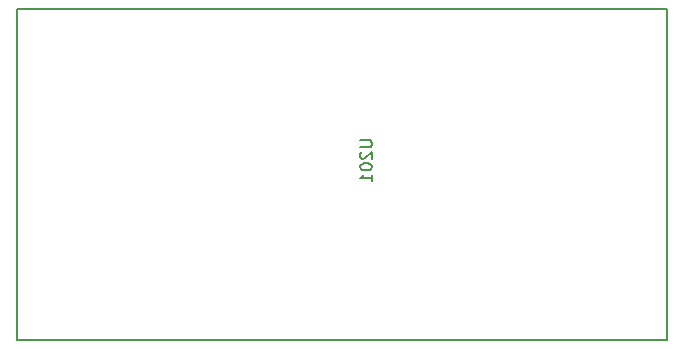
<source format=gbo>
G04 #@! TF.GenerationSoftware,KiCad,Pcbnew,(6.0.6)*
G04 #@! TF.CreationDate,2022-08-28T18:45:50+02:00*
G04 #@! TF.ProjectId,Pantalla_POV_V2,50616e74-616c-46c6-915f-504f565f5632,rev?*
G04 #@! TF.SameCoordinates,Original*
G04 #@! TF.FileFunction,Legend,Bot*
G04 #@! TF.FilePolarity,Positive*
%FSLAX46Y46*%
G04 Gerber Fmt 4.6, Leading zero omitted, Abs format (unit mm)*
G04 Created by KiCad (PCBNEW (6.0.6)) date 2022-08-28 18:45:50*
%MOMM*%
%LPD*%
G01*
G04 APERTURE LIST*
G04 Aperture macros list*
%AMRoundRect*
0 Rectangle with rounded corners*
0 $1 Rounding radius*
0 $2 $3 $4 $5 $6 $7 $8 $9 X,Y pos of 4 corners*
0 Add a 4 corners polygon primitive as box body*
4,1,4,$2,$3,$4,$5,$6,$7,$8,$9,$2,$3,0*
0 Add four circle primitives for the rounded corners*
1,1,$1+$1,$2,$3*
1,1,$1+$1,$4,$5*
1,1,$1+$1,$6,$7*
1,1,$1+$1,$8,$9*
0 Add four rect primitives between the rounded corners*
20,1,$1+$1,$2,$3,$4,$5,0*
20,1,$1+$1,$4,$5,$6,$7,0*
20,1,$1+$1,$6,$7,$8,$9,0*
20,1,$1+$1,$8,$9,$2,$3,0*%
G04 Aperture macros list end*
%ADD10C,0.150000*%
%ADD11C,0.127000*%
%ADD12RoundRect,0.250001X-0.799999X-0.799999X0.799999X-0.799999X0.799999X0.799999X-0.799999X0.799999X0*%
%ADD13C,2.100000*%
%ADD14C,2.250000*%
%ADD15R,1.350000X1.350000*%
%ADD16C,1.350000*%
G04 APERTURE END LIST*
D10*
X421603610Y-108288665D02*
X422413223Y-108288665D01*
X422508472Y-108336290D01*
X422556096Y-108383914D01*
X422603720Y-108479162D01*
X422603720Y-108669660D01*
X422556096Y-108764908D01*
X422508472Y-108812532D01*
X422413223Y-108860157D01*
X421603610Y-108860157D01*
X421698859Y-109288775D02*
X421651235Y-109336400D01*
X421603610Y-109431648D01*
X421603610Y-109669770D01*
X421651235Y-109765018D01*
X421698859Y-109812642D01*
X421794107Y-109860267D01*
X421889356Y-109860267D01*
X422032229Y-109812642D01*
X422603720Y-109241151D01*
X422603720Y-109860267D01*
X421603610Y-110479382D02*
X421603610Y-110574631D01*
X421651235Y-110669880D01*
X421698859Y-110717504D01*
X421794107Y-110765128D01*
X421984605Y-110812752D01*
X422222726Y-110812752D01*
X422413223Y-110765128D01*
X422508472Y-110717504D01*
X422556096Y-110669880D01*
X422603720Y-110574631D01*
X422603720Y-110479382D01*
X422556096Y-110384134D01*
X422508472Y-110336510D01*
X422413223Y-110288885D01*
X422222726Y-110241261D01*
X421984605Y-110241261D01*
X421794107Y-110288885D01*
X421698859Y-110336510D01*
X421651235Y-110384134D01*
X421603610Y-110479382D01*
X422603720Y-111765238D02*
X422603720Y-111193747D01*
X422603720Y-111479492D02*
X421603610Y-111479492D01*
X421746483Y-111384244D01*
X421841732Y-111288995D01*
X421889356Y-111193747D01*
D11*
X447560000Y-125180000D02*
X392560000Y-125180000D01*
X447560000Y-125180000D02*
X447560000Y-97180000D01*
X447560000Y-97180000D02*
X392560000Y-97180000D01*
X392560000Y-125180000D02*
X392560000Y-97180000D01*
%LPC*%
D12*
X417750000Y-130500000D03*
D13*
X422350000Y-130500000D03*
D14*
X394060000Y-98680000D03*
X446060000Y-123680000D03*
X394060000Y-123680000D03*
X446060000Y-98680000D03*
D15*
X442920000Y-98180000D03*
D16*
X440380000Y-98180000D03*
X437840000Y-98180000D03*
X435300000Y-98180000D03*
X432760000Y-98180000D03*
X430220000Y-98180000D03*
X427680000Y-98180000D03*
X425140000Y-98180000D03*
X422600000Y-98180000D03*
X420060000Y-98180000D03*
X417520000Y-98180000D03*
X414980000Y-98180000D03*
X412440000Y-98180000D03*
X409900000Y-98180000D03*
X407360000Y-98180000D03*
X404820000Y-98180000D03*
X402280000Y-98180000D03*
X399740000Y-98180000D03*
X397200000Y-98180000D03*
D15*
X397200000Y-124180000D03*
D16*
X399740000Y-124180000D03*
X402280000Y-124180000D03*
X404820000Y-124180000D03*
X407360000Y-124180000D03*
X409900000Y-124180000D03*
X412440000Y-124180000D03*
X414980000Y-124180000D03*
X417520000Y-124180000D03*
X420060000Y-124180000D03*
X422600000Y-124180000D03*
X425140000Y-124180000D03*
X427680000Y-124180000D03*
X430220000Y-124180000D03*
X432760000Y-124180000D03*
X435300000Y-124180000D03*
X437840000Y-124180000D03*
X440380000Y-124180000D03*
X442920000Y-124180000D03*
M02*

</source>
